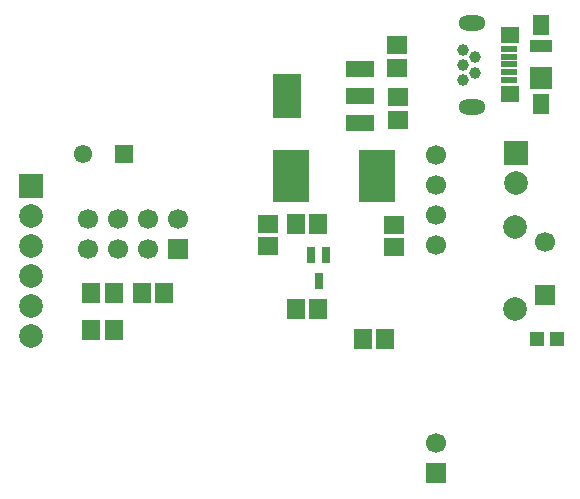
<source format=gbr>
*
G04 Job   : Z:\Rest\ESPto433\V2\PCB\V2.pcb*
G04 User  : DESKTOP-K7BKDL1:life*
G04 Layer : SoldermaskTop.gbr*
G04 Date  : Mon Oct 04 20:14:53 2021*
%ICAS*%
%MOIN*%
%FSLAX26Y26*%
%OFA0.0000B0.0000*%
G90*
G74*
%AMVB_RECTANGLE*
21,1,$1,$2,0,0,$3*
%
%ADD21C,0.03937*%
%ADD14C,0.06102*%
%ADD70C,0.06693*%
%ADD10C,0.07874*%
%ADD22O,0.09055X0.05118*%
%ADD13VB_RECTANGLE,0.06102X0.06102X180.00000*%
%ADD19VB_RECTANGLE,0.06693X0.06693X90.00000*%
%ADD11VB_RECTANGLE,0.07874X0.07874X270.00000*%
%ADD23VB_RECTANGLE,0.01811X0.05394X90.00000*%
%ADD27VB_RECTANGLE,0.03898X0.07520X90.00000*%
%ADD15VB_RECTANGLE,0.04535X0.04929X90.00000*%
%ADD17VB_RECTANGLE,0.05118X0.02559X270.00000*%
%ADD20VB_RECTANGLE,0.05323X0.09260X90.00000*%
%ADD24VB_RECTANGLE,0.05591X0.06102X90.00000*%
%ADD25VB_RECTANGLE,0.06496X0.05079X90.00000*%
%ADD18VB_RECTANGLE,0.06504X0.05717X180.00000*%
%ADD16VB_RECTANGLE,0.06504X0.05717X90.00000*%
%ADD26VB_RECTANGLE,0.07087X0.07520X90.00000*%
%ADD12VB_RECTANGLE,0.11811X0.17323X0.00000*%
%ADD71VB_RECTANGLE,0.14772X0.09260X90.00000*%
G01*
G54D10*
X74870Y797216D03*
Y897216D03*
Y997216D03*
Y1097216D03*
Y1197216D03*
X1690945Y885826D03*
Y1161416D03*
X1692912Y1308267D03*
G54D11*
X74870Y1297216D03*
X1692912Y1408267D03*
G54D12*
X943113Y1330708D03*
X1230113D03*
G54D13*
X387795Y1405511D03*
G54D14*
X250000D03*
G54D15*
X1761775Y787401D03*
X1828775D03*
G54D16*
X276540Y817720D03*
Y939767D03*
X351540Y817720D03*
Y939767D03*
X445830D03*
X520830D03*
X958562Y885826D03*
Y1169290D03*
X1033562Y885826D03*
Y1169290D03*
X1182971Y787401D03*
X1257971D03*
G54D17*
X1009842Y1066928D03*
X1035432Y980315D03*
X1061023Y1066928D03*
G54D18*
X866141Y1096357D03*
Y1171357D03*
X1287401Y1092420D03*
Y1167420D03*
X1295275Y1690845D03*
Y1765845D03*
X1299212Y1517617D03*
Y1592617D03*
G54D19*
X566396Y1086716D03*
X1425590Y340945D03*
X1789370Y935038D03*
G54D20*
X1173227Y1507873D03*
Y1598425D03*
Y1688975D03*
G54D21*
X1515520Y1649785D03*
Y1700967D03*
Y1752148D03*
X1554951Y1675488D03*
Y1726670D03*
G54D22*
X1546358Y1560137D03*
Y1841633D03*
G54D23*
X1670070Y1651575D03*
Y1677165D03*
Y1702755D03*
Y1728345D03*
Y1753936D03*
G54D24*
X1673416Y1604822D03*
Y1800688D03*
G54D25*
X1774795Y1569881D03*
Y1835630D03*
G54D26*
Y1657480D03*
G54D27*
Y1763755D03*
G54D70*
X266396Y1086716D03*
Y1186716D03*
X366396Y1086716D03*
Y1186716D03*
X466396Y1086716D03*
Y1186716D03*
X566396D03*
X1425590Y440945D03*
X1425658Y1099930D03*
Y1199930D03*
Y1299930D03*
Y1399930D03*
X1789370Y1112205D03*
G54D71*
X929133Y1598425D03*
M02*

</source>
